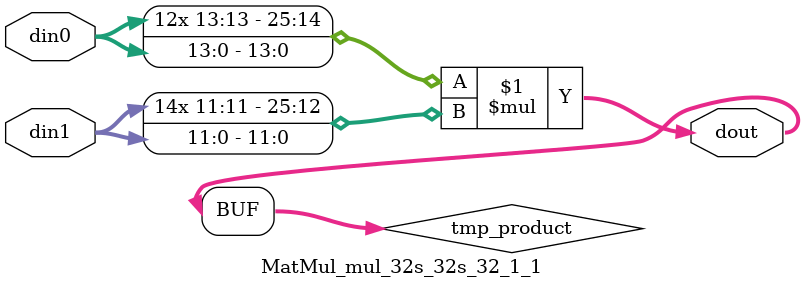
<source format=v>

`timescale 1 ns / 1 ps

  module MatMul_mul_32s_32s_32_1_1(din0, din1, dout);
parameter ID = 1;
parameter NUM_STAGE = 0;
parameter din0_WIDTH = 14;
parameter din1_WIDTH = 12;
parameter dout_WIDTH = 26;

input [din0_WIDTH - 1 : 0] din0; 
input [din1_WIDTH - 1 : 0] din1; 
output [dout_WIDTH - 1 : 0] dout;

wire signed [dout_WIDTH - 1 : 0] tmp_product;













assign tmp_product = $signed(din0) * $signed(din1);








assign dout = tmp_product;







endmodule

</source>
